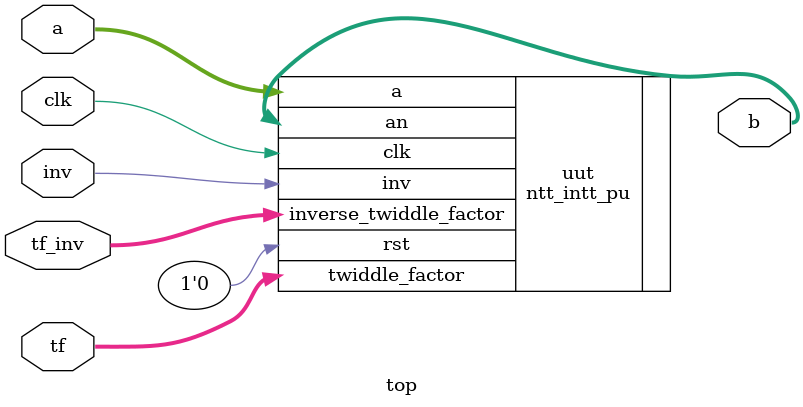
<source format=v>
`timescale 1ps/1ps

module top (
    input clk,
    input [271:0] tf,
    input [271:0] tf_inv,
    input [271:0] a,
    input inv,
    output [271:0] b
    );
    
    ntt_intt_pu #(.N(17), .D(32)) uut(
        .clk(clk), 
        .a(a), 
        .an(b), 
        .twiddle_factor(tf), 
        .inverse_twiddle_factor(tf_inv), 
        .inv(inv), 
        .rst(1'B0)
        );

endmodule
</source>
